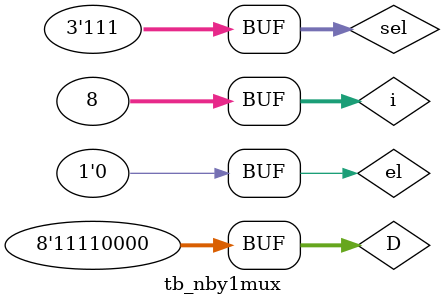
<source format=v>
module tb_nby1mux;
parameter N=8;
reg [N-1:0]D;
reg el;
reg [$clog2(N)-1:0]sel;
wire Y;
integer i;
nby1mux #(N) DUT(D,sel,el,Y);   
	initial 
		begin
			el=1'b0;
		#5	D=8'b1111_0000;      // giving input data
		#1	sel=3'b000;  // giving selection 

for(i=0; i<N; i=i+1)
#5 sel=i;


	 	end
	initial		$monitor($time," input data =%b SEL=%b  output data =%b ",D,sel,Y);
 
endmodule

</source>
